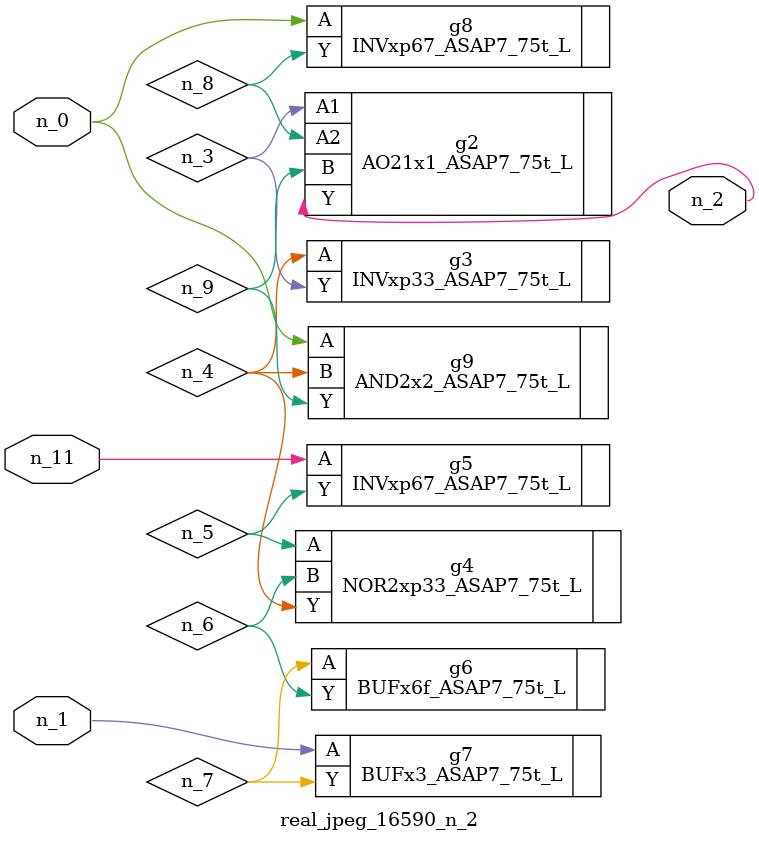
<source format=v>
module real_jpeg_16590_n_2 (n_1, n_11, n_0, n_2);

input n_1;
input n_11;
input n_0;

output n_2;

wire n_5;
wire n_8;
wire n_4;
wire n_6;
wire n_7;
wire n_3;
wire n_9;

INVxp67_ASAP7_75t_L g8 ( 
.A(n_0),
.Y(n_8)
);

AND2x2_ASAP7_75t_L g9 ( 
.A(n_0),
.B(n_4),
.Y(n_9)
);

BUFx3_ASAP7_75t_L g7 ( 
.A(n_1),
.Y(n_7)
);

AO21x1_ASAP7_75t_L g2 ( 
.A1(n_3),
.A2(n_8),
.B(n_9),
.Y(n_2)
);

INVxp33_ASAP7_75t_L g3 ( 
.A(n_4),
.Y(n_3)
);

NOR2xp33_ASAP7_75t_L g4 ( 
.A(n_5),
.B(n_6),
.Y(n_4)
);

BUFx6f_ASAP7_75t_L g6 ( 
.A(n_7),
.Y(n_6)
);

INVxp67_ASAP7_75t_L g5 ( 
.A(n_11),
.Y(n_5)
);


endmodule
</source>
